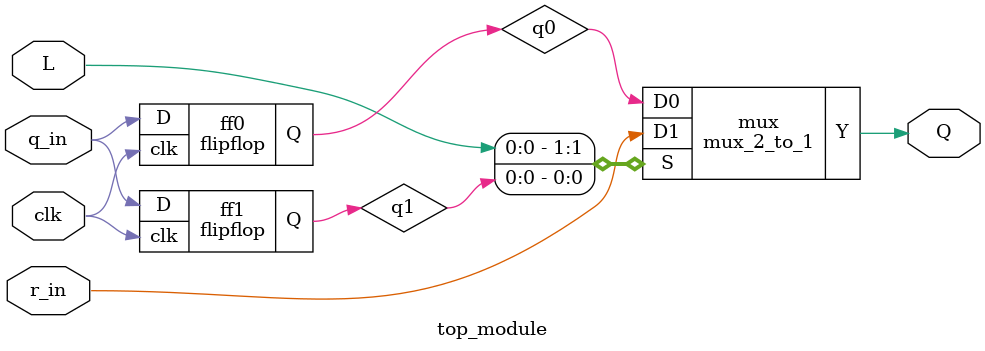
<source format=sv>
module flipflop(
    input clk,
    input D,
    output reg Q
);

always @(posedge clk) begin
    Q <= D;
end

endmodule
module mux_2_to_1(
    input [1:0] S,
    input D0,
    input D1,
    output reg Y
);

always @(S,D0,D1) begin
    case(S)
        2'b00: Y <= D0;
        2'b01: Y <= D1;
        2'b10: Y <= 0;
        2'b11: Y <= 1;
    endcase
end

endmodule
module top_module (
    input clk,
    input L,
    input q_in,
    input r_in,
    output reg Q
);

wire q0, q1, q2;

flipflop ff0 (
    .clk(clk),
    .D(q_in),
    .Q(q0)
);

flipflop ff1 (
    .clk(clk),
    .D(q_in),
    .Q(q1)
);

flipflop ff2 (
    .clk(clk),
    .D(q_in),
    .Q(q2)
);

mux_2_to_1 mux (
    .S({L, q1}),
    .D0(q0),
    .D1(r_in),
    .Y(Q)
);

endmodule

</source>
